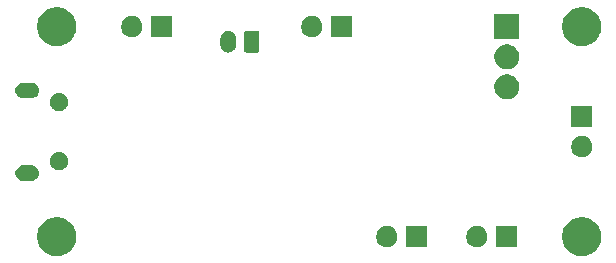
<source format=gbr>
G04 #@! TF.GenerationSoftware,KiCad,Pcbnew,5.1.5+dfsg1-2build2*
G04 #@! TF.CreationDate,2020-07-25T19:40:00-04:00*
G04 #@! TF.ProjectId,lipo-charger,6c69706f-2d63-4686-9172-6765722e6b69,rev?*
G04 #@! TF.SameCoordinates,Original*
G04 #@! TF.FileFunction,Soldermask,Bot*
G04 #@! TF.FilePolarity,Negative*
%FSLAX46Y46*%
G04 Gerber Fmt 4.6, Leading zero omitted, Abs format (unit mm)*
G04 Created by KiCad (PCBNEW 5.1.5+dfsg1-2build2) date 2020-07-25 19:40:00*
%MOMM*%
%LPD*%
G04 APERTURE LIST*
%ADD10C,0.100000*%
G04 APERTURE END LIST*
D10*
G36*
X105785256Y-89831298D02*
G01*
X105891579Y-89852447D01*
X106192042Y-89976903D01*
X106462451Y-90157585D01*
X106692415Y-90387549D01*
X106873097Y-90657958D01*
X106959125Y-90865647D01*
X106997553Y-90958422D01*
X107061000Y-91277389D01*
X107061000Y-91602611D01*
X107018702Y-91815256D01*
X106997553Y-91921579D01*
X106873097Y-92222042D01*
X106692415Y-92492451D01*
X106462451Y-92722415D01*
X106192042Y-92903097D01*
X105891579Y-93027553D01*
X105785256Y-93048702D01*
X105572611Y-93091000D01*
X105247389Y-93091000D01*
X105034744Y-93048702D01*
X104928421Y-93027553D01*
X104627958Y-92903097D01*
X104357549Y-92722415D01*
X104127585Y-92492451D01*
X103946903Y-92222042D01*
X103822447Y-91921579D01*
X103801298Y-91815256D01*
X103759000Y-91602611D01*
X103759000Y-91277389D01*
X103822447Y-90958422D01*
X103860876Y-90865647D01*
X103946903Y-90657958D01*
X104127585Y-90387549D01*
X104357549Y-90157585D01*
X104627958Y-89976903D01*
X104928421Y-89852447D01*
X105034744Y-89831298D01*
X105247389Y-89789000D01*
X105572611Y-89789000D01*
X105785256Y-89831298D01*
G37*
G36*
X150235256Y-89831298D02*
G01*
X150341579Y-89852447D01*
X150642042Y-89976903D01*
X150912451Y-90157585D01*
X151142415Y-90387549D01*
X151323097Y-90657958D01*
X151409125Y-90865647D01*
X151447553Y-90958422D01*
X151511000Y-91277389D01*
X151511000Y-91602611D01*
X151468702Y-91815256D01*
X151447553Y-91921579D01*
X151323097Y-92222042D01*
X151142415Y-92492451D01*
X150912451Y-92722415D01*
X150642042Y-92903097D01*
X150341579Y-93027553D01*
X150235256Y-93048702D01*
X150022611Y-93091000D01*
X149697389Y-93091000D01*
X149484744Y-93048702D01*
X149378421Y-93027553D01*
X149077958Y-92903097D01*
X148807549Y-92722415D01*
X148577585Y-92492451D01*
X148396903Y-92222042D01*
X148272447Y-91921579D01*
X148251298Y-91815256D01*
X148209000Y-91602611D01*
X148209000Y-91277389D01*
X148272447Y-90958422D01*
X148310876Y-90865647D01*
X148396903Y-90657958D01*
X148577585Y-90387549D01*
X148807549Y-90157585D01*
X149077958Y-89976903D01*
X149378421Y-89852447D01*
X149484744Y-89831298D01*
X149697389Y-89789000D01*
X150022611Y-89789000D01*
X150235256Y-89831298D01*
G37*
G36*
X136791000Y-92341000D02*
G01*
X134989000Y-92341000D01*
X134989000Y-90539000D01*
X136791000Y-90539000D01*
X136791000Y-92341000D01*
G37*
G36*
X144411000Y-92341000D02*
G01*
X142609000Y-92341000D01*
X142609000Y-90539000D01*
X144411000Y-90539000D01*
X144411000Y-92341000D01*
G37*
G36*
X133463512Y-90543927D02*
G01*
X133612812Y-90573624D01*
X133776784Y-90641544D01*
X133924354Y-90740147D01*
X134049853Y-90865646D01*
X134148456Y-91013216D01*
X134216376Y-91177188D01*
X134251000Y-91351259D01*
X134251000Y-91528741D01*
X134216376Y-91702812D01*
X134148456Y-91866784D01*
X134049853Y-92014354D01*
X133924354Y-92139853D01*
X133776784Y-92238456D01*
X133612812Y-92306376D01*
X133463512Y-92336073D01*
X133438742Y-92341000D01*
X133261258Y-92341000D01*
X133236488Y-92336073D01*
X133087188Y-92306376D01*
X132923216Y-92238456D01*
X132775646Y-92139853D01*
X132650147Y-92014354D01*
X132551544Y-91866784D01*
X132483624Y-91702812D01*
X132449000Y-91528741D01*
X132449000Y-91351259D01*
X132483624Y-91177188D01*
X132551544Y-91013216D01*
X132650147Y-90865646D01*
X132775646Y-90740147D01*
X132923216Y-90641544D01*
X133087188Y-90573624D01*
X133236488Y-90543927D01*
X133261258Y-90539000D01*
X133438742Y-90539000D01*
X133463512Y-90543927D01*
G37*
G36*
X141083512Y-90543927D02*
G01*
X141232812Y-90573624D01*
X141396784Y-90641544D01*
X141544354Y-90740147D01*
X141669853Y-90865646D01*
X141768456Y-91013216D01*
X141836376Y-91177188D01*
X141871000Y-91351259D01*
X141871000Y-91528741D01*
X141836376Y-91702812D01*
X141768456Y-91866784D01*
X141669853Y-92014354D01*
X141544354Y-92139853D01*
X141396784Y-92238456D01*
X141232812Y-92306376D01*
X141083512Y-92336073D01*
X141058742Y-92341000D01*
X140881258Y-92341000D01*
X140856488Y-92336073D01*
X140707188Y-92306376D01*
X140543216Y-92238456D01*
X140395646Y-92139853D01*
X140270147Y-92014354D01*
X140171544Y-91866784D01*
X140103624Y-91702812D01*
X140069000Y-91528741D01*
X140069000Y-91351259D01*
X140103624Y-91177188D01*
X140171544Y-91013216D01*
X140270147Y-90865646D01*
X140395646Y-90740147D01*
X140543216Y-90641544D01*
X140707188Y-90573624D01*
X140856488Y-90543927D01*
X140881258Y-90539000D01*
X141058742Y-90539000D01*
X141083512Y-90543927D01*
G37*
G36*
X103316355Y-85402140D02*
G01*
X103380118Y-85408420D01*
X103470904Y-85435960D01*
X103502836Y-85445646D01*
X103615925Y-85506094D01*
X103715054Y-85587446D01*
X103796406Y-85686575D01*
X103856854Y-85799664D01*
X103856855Y-85799668D01*
X103894080Y-85922382D01*
X103906649Y-86050000D01*
X103894080Y-86177618D01*
X103866540Y-86268404D01*
X103856854Y-86300336D01*
X103796406Y-86413425D01*
X103715054Y-86512554D01*
X103615925Y-86593906D01*
X103502836Y-86654354D01*
X103470904Y-86664040D01*
X103380118Y-86691580D01*
X103316355Y-86697860D01*
X103284474Y-86701000D01*
X102520526Y-86701000D01*
X102488645Y-86697860D01*
X102424882Y-86691580D01*
X102334096Y-86664040D01*
X102302164Y-86654354D01*
X102189075Y-86593906D01*
X102089946Y-86512554D01*
X102008594Y-86413425D01*
X101948146Y-86300336D01*
X101938460Y-86268404D01*
X101910920Y-86177618D01*
X101898351Y-86050000D01*
X101910920Y-85922382D01*
X101948145Y-85799668D01*
X101948146Y-85799664D01*
X102008594Y-85686575D01*
X102089946Y-85587446D01*
X102189075Y-85506094D01*
X102302164Y-85445646D01*
X102334096Y-85435960D01*
X102424882Y-85408420D01*
X102488645Y-85402140D01*
X102520526Y-85399000D01*
X103284474Y-85399000D01*
X103316355Y-85402140D01*
G37*
G36*
X105828848Y-84303820D02*
G01*
X105828850Y-84303821D01*
X105828851Y-84303821D01*
X105970074Y-84362317D01*
X105970077Y-84362319D01*
X106097169Y-84447239D01*
X106205261Y-84555331D01*
X106290181Y-84682423D01*
X106290183Y-84682426D01*
X106348679Y-84823649D01*
X106378500Y-84973571D01*
X106378500Y-85126429D01*
X106348679Y-85276351D01*
X106290183Y-85417574D01*
X106290181Y-85417577D01*
X106205261Y-85544669D01*
X106097169Y-85652761D01*
X105970077Y-85737681D01*
X105970074Y-85737683D01*
X105828851Y-85796179D01*
X105828850Y-85796179D01*
X105828848Y-85796180D01*
X105678931Y-85826000D01*
X105526069Y-85826000D01*
X105376152Y-85796180D01*
X105376150Y-85796179D01*
X105376149Y-85796179D01*
X105234926Y-85737683D01*
X105234923Y-85737681D01*
X105107831Y-85652761D01*
X104999739Y-85544669D01*
X104914819Y-85417577D01*
X104914817Y-85417574D01*
X104856321Y-85276351D01*
X104826500Y-85126429D01*
X104826500Y-84973571D01*
X104856321Y-84823649D01*
X104914817Y-84682426D01*
X104914819Y-84682423D01*
X104999739Y-84555331D01*
X105107831Y-84447239D01*
X105234923Y-84362319D01*
X105234926Y-84362317D01*
X105376149Y-84303821D01*
X105376150Y-84303821D01*
X105376152Y-84303820D01*
X105526069Y-84274000D01*
X105678931Y-84274000D01*
X105828848Y-84303820D01*
G37*
G36*
X149973512Y-82923927D02*
G01*
X150122812Y-82953624D01*
X150286784Y-83021544D01*
X150434354Y-83120147D01*
X150559853Y-83245646D01*
X150658456Y-83393216D01*
X150726376Y-83557188D01*
X150761000Y-83731259D01*
X150761000Y-83908741D01*
X150726376Y-84082812D01*
X150658456Y-84246784D01*
X150559853Y-84394354D01*
X150434354Y-84519853D01*
X150286784Y-84618456D01*
X150122812Y-84686376D01*
X149973512Y-84716073D01*
X149948742Y-84721000D01*
X149771258Y-84721000D01*
X149746488Y-84716073D01*
X149597188Y-84686376D01*
X149433216Y-84618456D01*
X149285646Y-84519853D01*
X149160147Y-84394354D01*
X149061544Y-84246784D01*
X148993624Y-84082812D01*
X148959000Y-83908741D01*
X148959000Y-83731259D01*
X148993624Y-83557188D01*
X149061544Y-83393216D01*
X149160147Y-83245646D01*
X149285646Y-83120147D01*
X149433216Y-83021544D01*
X149597188Y-82953624D01*
X149746488Y-82923927D01*
X149771258Y-82919000D01*
X149948742Y-82919000D01*
X149973512Y-82923927D01*
G37*
G36*
X150761000Y-82181000D02*
G01*
X148959000Y-82181000D01*
X148959000Y-80379000D01*
X150761000Y-80379000D01*
X150761000Y-82181000D01*
G37*
G36*
X105828848Y-79303820D02*
G01*
X105828850Y-79303821D01*
X105828851Y-79303821D01*
X105970074Y-79362317D01*
X105970077Y-79362319D01*
X106097169Y-79447239D01*
X106205261Y-79555331D01*
X106282805Y-79671384D01*
X106290183Y-79682426D01*
X106348679Y-79823649D01*
X106378500Y-79973571D01*
X106378500Y-80126429D01*
X106348679Y-80276351D01*
X106290183Y-80417574D01*
X106290181Y-80417577D01*
X106205261Y-80544669D01*
X106097169Y-80652761D01*
X105970077Y-80737681D01*
X105970074Y-80737683D01*
X105828851Y-80796179D01*
X105828850Y-80796179D01*
X105828848Y-80796180D01*
X105678931Y-80826000D01*
X105526069Y-80826000D01*
X105376152Y-80796180D01*
X105376150Y-80796179D01*
X105376149Y-80796179D01*
X105234926Y-80737683D01*
X105234923Y-80737681D01*
X105107831Y-80652761D01*
X104999739Y-80544669D01*
X104914819Y-80417577D01*
X104914817Y-80417574D01*
X104856321Y-80276351D01*
X104826500Y-80126429D01*
X104826500Y-79973571D01*
X104856321Y-79823649D01*
X104914817Y-79682426D01*
X104922195Y-79671384D01*
X104999739Y-79555331D01*
X105107831Y-79447239D01*
X105234923Y-79362319D01*
X105234926Y-79362317D01*
X105376149Y-79303821D01*
X105376150Y-79303821D01*
X105376152Y-79303820D01*
X105526069Y-79274000D01*
X105678931Y-79274000D01*
X105828848Y-79303820D01*
G37*
G36*
X143816564Y-77729389D02*
G01*
X144007833Y-77808615D01*
X144007835Y-77808616D01*
X144179973Y-77923635D01*
X144326365Y-78070027D01*
X144441385Y-78242167D01*
X144520611Y-78433436D01*
X144561000Y-78636484D01*
X144561000Y-78843516D01*
X144520611Y-79046564D01*
X144466327Y-79177618D01*
X144441384Y-79237835D01*
X144326365Y-79409973D01*
X144179973Y-79556365D01*
X144007835Y-79671384D01*
X144007834Y-79671385D01*
X144007833Y-79671385D01*
X143816564Y-79750611D01*
X143613516Y-79791000D01*
X143406484Y-79791000D01*
X143203436Y-79750611D01*
X143012167Y-79671385D01*
X143012166Y-79671385D01*
X143012165Y-79671384D01*
X142840027Y-79556365D01*
X142693635Y-79409973D01*
X142578616Y-79237835D01*
X142553673Y-79177618D01*
X142499389Y-79046564D01*
X142459000Y-78843516D01*
X142459000Y-78636484D01*
X142499389Y-78433436D01*
X142578615Y-78242167D01*
X142693635Y-78070027D01*
X142840027Y-77923635D01*
X143012165Y-77808616D01*
X143012167Y-77808615D01*
X143203436Y-77729389D01*
X143406484Y-77689000D01*
X143613516Y-77689000D01*
X143816564Y-77729389D01*
G37*
G36*
X103316355Y-78402140D02*
G01*
X103380118Y-78408420D01*
X103462581Y-78433435D01*
X103502836Y-78445646D01*
X103615925Y-78506094D01*
X103715054Y-78587446D01*
X103796406Y-78686575D01*
X103856854Y-78799664D01*
X103856855Y-78799668D01*
X103894080Y-78922382D01*
X103906649Y-79050000D01*
X103894080Y-79177618D01*
X103875814Y-79237833D01*
X103856854Y-79300336D01*
X103796406Y-79413425D01*
X103715054Y-79512554D01*
X103615925Y-79593906D01*
X103502836Y-79654354D01*
X103470904Y-79664040D01*
X103380118Y-79691580D01*
X103316355Y-79697860D01*
X103284474Y-79701000D01*
X102520526Y-79701000D01*
X102488645Y-79697860D01*
X102424882Y-79691580D01*
X102334096Y-79664040D01*
X102302164Y-79654354D01*
X102189075Y-79593906D01*
X102089946Y-79512554D01*
X102008594Y-79413425D01*
X101948146Y-79300336D01*
X101929186Y-79237833D01*
X101910920Y-79177618D01*
X101898351Y-79050000D01*
X101910920Y-78922382D01*
X101948145Y-78799668D01*
X101948146Y-78799664D01*
X102008594Y-78686575D01*
X102089946Y-78587446D01*
X102189075Y-78506094D01*
X102302164Y-78445646D01*
X102342419Y-78433435D01*
X102424882Y-78408420D01*
X102488645Y-78402140D01*
X102520526Y-78399000D01*
X103284474Y-78399000D01*
X103316355Y-78402140D01*
G37*
G36*
X143816564Y-75189389D02*
G01*
X144007833Y-75268615D01*
X144007835Y-75268616D01*
X144179973Y-75383635D01*
X144326365Y-75530027D01*
X144432289Y-75688553D01*
X144441385Y-75702167D01*
X144520611Y-75893436D01*
X144561000Y-76096484D01*
X144561000Y-76303516D01*
X144520611Y-76506564D01*
X144441385Y-76697833D01*
X144441384Y-76697835D01*
X144326365Y-76869973D01*
X144179973Y-77016365D01*
X144007835Y-77131384D01*
X144007834Y-77131385D01*
X144007833Y-77131385D01*
X143816564Y-77210611D01*
X143613516Y-77251000D01*
X143406484Y-77251000D01*
X143203436Y-77210611D01*
X143012167Y-77131385D01*
X143012166Y-77131385D01*
X143012165Y-77131384D01*
X142840027Y-77016365D01*
X142693635Y-76869973D01*
X142578616Y-76697835D01*
X142578615Y-76697833D01*
X142499389Y-76506564D01*
X142459000Y-76303516D01*
X142459000Y-76096484D01*
X142499389Y-75893436D01*
X142578615Y-75702167D01*
X142587712Y-75688553D01*
X142693635Y-75530027D01*
X142840027Y-75383635D01*
X143012165Y-75268616D01*
X143012167Y-75268615D01*
X143203436Y-75189389D01*
X143406484Y-75149000D01*
X143613516Y-75149000D01*
X143816564Y-75189389D01*
G37*
G36*
X120047618Y-74013420D02*
G01*
X120128400Y-74037925D01*
X120170336Y-74050646D01*
X120283425Y-74111094D01*
X120382554Y-74192446D01*
X120463906Y-74291575D01*
X120524354Y-74404664D01*
X120524355Y-74404668D01*
X120561580Y-74527382D01*
X120571000Y-74623027D01*
X120571000Y-75236973D01*
X120561580Y-75332618D01*
X120546104Y-75383635D01*
X120524354Y-75455336D01*
X120463906Y-75568425D01*
X120382554Y-75667553D01*
X120283424Y-75748906D01*
X120170335Y-75809354D01*
X120138403Y-75819040D01*
X120047617Y-75846580D01*
X119920000Y-75859149D01*
X119792382Y-75846580D01*
X119701596Y-75819040D01*
X119669664Y-75809354D01*
X119556575Y-75748906D01*
X119457447Y-75667554D01*
X119376094Y-75568424D01*
X119315646Y-75455335D01*
X119293896Y-75383635D01*
X119278420Y-75332617D01*
X119269000Y-75236972D01*
X119269000Y-74623027D01*
X119278420Y-74527382D01*
X119315645Y-74404668D01*
X119315645Y-74404667D01*
X119347957Y-74344217D01*
X119376095Y-74291574D01*
X119389493Y-74275249D01*
X119457447Y-74192446D01*
X119556576Y-74111094D01*
X119669665Y-74050646D01*
X119711601Y-74037925D01*
X119792383Y-74013420D01*
X119920000Y-74000851D01*
X120047618Y-74013420D01*
G37*
G36*
X122411242Y-74008404D02*
G01*
X122448337Y-74019657D01*
X122482515Y-74037925D01*
X122512481Y-74062519D01*
X122537075Y-74092485D01*
X122555343Y-74126663D01*
X122566596Y-74163758D01*
X122571000Y-74208474D01*
X122571000Y-75651526D01*
X122566596Y-75696242D01*
X122555343Y-75733337D01*
X122537075Y-75767515D01*
X122512481Y-75797481D01*
X122482515Y-75822075D01*
X122448337Y-75840343D01*
X122411242Y-75851596D01*
X122366526Y-75856000D01*
X121473474Y-75856000D01*
X121428758Y-75851596D01*
X121391663Y-75840343D01*
X121357485Y-75822075D01*
X121327519Y-75797481D01*
X121302925Y-75767515D01*
X121284657Y-75733337D01*
X121273404Y-75696242D01*
X121269000Y-75651526D01*
X121269000Y-74208474D01*
X121273404Y-74163758D01*
X121284657Y-74126663D01*
X121302925Y-74092485D01*
X121327519Y-74062519D01*
X121357485Y-74037925D01*
X121391663Y-74019657D01*
X121428758Y-74008404D01*
X121473474Y-74004000D01*
X122366526Y-74004000D01*
X122411242Y-74008404D01*
G37*
G36*
X150235256Y-72051298D02*
G01*
X150341579Y-72072447D01*
X150642042Y-72196903D01*
X150912451Y-72377585D01*
X151142415Y-72607549D01*
X151323097Y-72877958D01*
X151409125Y-73085647D01*
X151447553Y-73178422D01*
X151511000Y-73497389D01*
X151511000Y-73822611D01*
X151475546Y-74000851D01*
X151447553Y-74141579D01*
X151359550Y-74354037D01*
X151338580Y-74404664D01*
X151323097Y-74442042D01*
X151142415Y-74712451D01*
X150912451Y-74942415D01*
X150642042Y-75123097D01*
X150341579Y-75247553D01*
X150235693Y-75268615D01*
X150022611Y-75311000D01*
X149697389Y-75311000D01*
X149484307Y-75268615D01*
X149378421Y-75247553D01*
X149077958Y-75123097D01*
X148807549Y-74942415D01*
X148577585Y-74712451D01*
X148396903Y-74442042D01*
X148381421Y-74404664D01*
X148360450Y-74354037D01*
X148272447Y-74141579D01*
X148244454Y-74000851D01*
X148209000Y-73822611D01*
X148209000Y-73497389D01*
X148272447Y-73178422D01*
X148310876Y-73085647D01*
X148396903Y-72877958D01*
X148577585Y-72607549D01*
X148807549Y-72377585D01*
X149077958Y-72196903D01*
X149378421Y-72072447D01*
X149484744Y-72051298D01*
X149697389Y-72009000D01*
X150022611Y-72009000D01*
X150235256Y-72051298D01*
G37*
G36*
X105785256Y-72051298D02*
G01*
X105891579Y-72072447D01*
X106192042Y-72196903D01*
X106462451Y-72377585D01*
X106692415Y-72607549D01*
X106873097Y-72877958D01*
X106959125Y-73085647D01*
X106997553Y-73178422D01*
X107061000Y-73497389D01*
X107061000Y-73822611D01*
X107025546Y-74000851D01*
X106997553Y-74141579D01*
X106909550Y-74354037D01*
X106888580Y-74404664D01*
X106873097Y-74442042D01*
X106692415Y-74712451D01*
X106462451Y-74942415D01*
X106192042Y-75123097D01*
X105891579Y-75247553D01*
X105785693Y-75268615D01*
X105572611Y-75311000D01*
X105247389Y-75311000D01*
X105034307Y-75268615D01*
X104928421Y-75247553D01*
X104627958Y-75123097D01*
X104357549Y-74942415D01*
X104127585Y-74712451D01*
X103946903Y-74442042D01*
X103931421Y-74404664D01*
X103910450Y-74354037D01*
X103822447Y-74141579D01*
X103794454Y-74000851D01*
X103759000Y-73822611D01*
X103759000Y-73497389D01*
X103822447Y-73178422D01*
X103860876Y-73085647D01*
X103946903Y-72877958D01*
X104127585Y-72607549D01*
X104357549Y-72377585D01*
X104627958Y-72196903D01*
X104928421Y-72072447D01*
X105034744Y-72051298D01*
X105247389Y-72009000D01*
X105572611Y-72009000D01*
X105785256Y-72051298D01*
G37*
G36*
X144561000Y-74711000D02*
G01*
X142459000Y-74711000D01*
X142459000Y-72609000D01*
X144561000Y-72609000D01*
X144561000Y-74711000D01*
G37*
G36*
X130441000Y-74561000D02*
G01*
X128639000Y-74561000D01*
X128639000Y-72759000D01*
X130441000Y-72759000D01*
X130441000Y-74561000D01*
G37*
G36*
X127113512Y-72763927D02*
G01*
X127262812Y-72793624D01*
X127426784Y-72861544D01*
X127574354Y-72960147D01*
X127699853Y-73085646D01*
X127798456Y-73233216D01*
X127866376Y-73397188D01*
X127901000Y-73571259D01*
X127901000Y-73748741D01*
X127866376Y-73922812D01*
X127798456Y-74086784D01*
X127699853Y-74234354D01*
X127574354Y-74359853D01*
X127426784Y-74458456D01*
X127262812Y-74526376D01*
X127113512Y-74556073D01*
X127088742Y-74561000D01*
X126911258Y-74561000D01*
X126886488Y-74556073D01*
X126737188Y-74526376D01*
X126573216Y-74458456D01*
X126425646Y-74359853D01*
X126300147Y-74234354D01*
X126201544Y-74086784D01*
X126133624Y-73922812D01*
X126099000Y-73748741D01*
X126099000Y-73571259D01*
X126133624Y-73397188D01*
X126201544Y-73233216D01*
X126300147Y-73085646D01*
X126425646Y-72960147D01*
X126573216Y-72861544D01*
X126737188Y-72793624D01*
X126886488Y-72763927D01*
X126911258Y-72759000D01*
X127088742Y-72759000D01*
X127113512Y-72763927D01*
G37*
G36*
X111873512Y-72763927D02*
G01*
X112022812Y-72793624D01*
X112186784Y-72861544D01*
X112334354Y-72960147D01*
X112459853Y-73085646D01*
X112558456Y-73233216D01*
X112626376Y-73397188D01*
X112661000Y-73571259D01*
X112661000Y-73748741D01*
X112626376Y-73922812D01*
X112558456Y-74086784D01*
X112459853Y-74234354D01*
X112334354Y-74359853D01*
X112186784Y-74458456D01*
X112022812Y-74526376D01*
X111873512Y-74556073D01*
X111848742Y-74561000D01*
X111671258Y-74561000D01*
X111646488Y-74556073D01*
X111497188Y-74526376D01*
X111333216Y-74458456D01*
X111185646Y-74359853D01*
X111060147Y-74234354D01*
X110961544Y-74086784D01*
X110893624Y-73922812D01*
X110859000Y-73748741D01*
X110859000Y-73571259D01*
X110893624Y-73397188D01*
X110961544Y-73233216D01*
X111060147Y-73085646D01*
X111185646Y-72960147D01*
X111333216Y-72861544D01*
X111497188Y-72793624D01*
X111646488Y-72763927D01*
X111671258Y-72759000D01*
X111848742Y-72759000D01*
X111873512Y-72763927D01*
G37*
G36*
X115201000Y-74561000D02*
G01*
X113399000Y-74561000D01*
X113399000Y-72759000D01*
X115201000Y-72759000D01*
X115201000Y-74561000D01*
G37*
M02*

</source>
